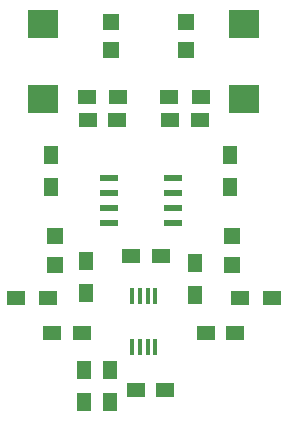
<source format=gtp>
G04 #@! TF.FileFunction,Paste,Top*
%FSLAX46Y46*%
G04 Gerber Fmt 4.6, Leading zero omitted, Abs format (unit mm)*
G04 Created by KiCad (PCBNEW 4.0.6) date 01/05/18 17:09:47*
%MOMM*%
%LPD*%
G01*
G04 APERTURE LIST*
%ADD10C,0.100000*%
%ADD11R,1.500000X1.250000*%
%ADD12R,1.397000X1.350000*%
%ADD13R,2.500000X2.400000*%
%ADD14R,1.500000X1.300000*%
%ADD15R,1.300000X1.500000*%
%ADD16R,1.550000X0.600000*%
%ADD17R,0.400000X1.350000*%
G04 APERTURE END LIST*
D10*
D11*
X131970000Y-89720000D03*
X129470000Y-89720000D03*
X124970000Y-89720000D03*
X122470000Y-89720000D03*
X128631000Y-101219000D03*
X126131000Y-101219000D03*
X132470000Y-107720000D03*
X134970000Y-107720000D03*
X119470000Y-107720000D03*
X121970000Y-107720000D03*
X129012000Y-112522000D03*
X126512000Y-112522000D03*
D12*
X130810000Y-81350000D03*
X130810000Y-83750000D03*
X124460000Y-81350000D03*
X124460000Y-83750000D03*
X119720000Y-101920000D03*
X119720000Y-99520000D03*
X134720000Y-101920000D03*
X134720000Y-99520000D03*
D13*
X135720000Y-87870000D03*
X135720000Y-81570000D03*
X118720000Y-81570000D03*
X118720000Y-87870000D03*
D14*
X132070000Y-87720000D03*
X129370000Y-87720000D03*
X125070000Y-87720000D03*
X122370000Y-87720000D03*
D15*
X134493000Y-92630000D03*
X134493000Y-95330000D03*
X119380000Y-92630000D03*
X119380000Y-95330000D03*
X131572000Y-104474000D03*
X131572000Y-101774000D03*
X122301000Y-104347000D03*
X122301000Y-101647000D03*
D14*
X135370000Y-104720000D03*
X138070000Y-104720000D03*
X116370000Y-104720000D03*
X119070000Y-104720000D03*
D15*
X122120000Y-113570000D03*
X122120000Y-110870000D03*
X124320000Y-113570000D03*
X124320000Y-110870000D03*
D16*
X129700000Y-98425000D03*
X129700000Y-97155000D03*
X129700000Y-95885000D03*
X129700000Y-94615000D03*
X124300000Y-94615000D03*
X124300000Y-95885000D03*
X124300000Y-97155000D03*
X124300000Y-98425000D03*
D17*
X128195000Y-108870000D03*
X128195000Y-104570000D03*
X127545000Y-108870000D03*
X127545000Y-104570000D03*
X126895000Y-108870000D03*
X126895000Y-104570000D03*
X126245000Y-108870000D03*
X126245000Y-104570000D03*
M02*

</source>
